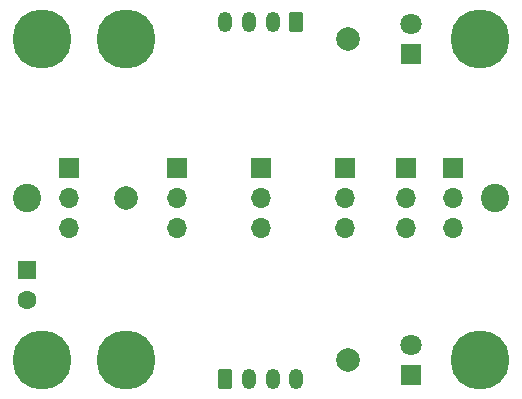
<source format=gts>
G04 #@! TF.GenerationSoftware,KiCad,Pcbnew,7.0.10*
G04 #@! TF.CreationDate,2025-02-01T12:29:44+01:00*
G04 #@! TF.ProjectId,Multi Sensor Board,4d756c74-6920-4536-956e-736f7220426f,rev?*
G04 #@! TF.SameCoordinates,Original*
G04 #@! TF.FileFunction,Soldermask,Top*
G04 #@! TF.FilePolarity,Negative*
%FSLAX46Y46*%
G04 Gerber Fmt 4.6, Leading zero omitted, Abs format (unit mm)*
G04 Created by KiCad (PCBNEW 7.0.10) date 2025-02-01 12:29:44*
%MOMM*%
%LPD*%
G01*
G04 APERTURE LIST*
G04 Aperture macros list*
%AMRoundRect*
0 Rectangle with rounded corners*
0 $1 Rounding radius*
0 $2 $3 $4 $5 $6 $7 $8 $9 X,Y pos of 4 corners*
0 Add a 4 corners polygon primitive as box body*
4,1,4,$2,$3,$4,$5,$6,$7,$8,$9,$2,$3,0*
0 Add four circle primitives for the rounded corners*
1,1,$1+$1,$2,$3*
1,1,$1+$1,$4,$5*
1,1,$1+$1,$6,$7*
1,1,$1+$1,$8,$9*
0 Add four rect primitives between the rounded corners*
20,1,$1+$1,$2,$3,$4,$5,0*
20,1,$1+$1,$4,$5,$6,$7,0*
20,1,$1+$1,$6,$7,$8,$9,0*
20,1,$1+$1,$8,$9,$2,$3,0*%
G04 Aperture macros list end*
%ADD10C,5.000000*%
%ADD11C,2.400000*%
%ADD12R,1.700000X1.700000*%
%ADD13O,1.700000X1.700000*%
%ADD14C,2.000000*%
%ADD15RoundRect,0.250000X0.350000X0.625000X-0.350000X0.625000X-0.350000X-0.625000X0.350000X-0.625000X0*%
%ADD16O,1.200000X1.750000*%
%ADD17RoundRect,0.250000X-0.350000X-0.625000X0.350000X-0.625000X0.350000X0.625000X-0.350000X0.625000X0*%
%ADD18R,1.800000X1.800000*%
%ADD19C,1.800000*%
%ADD20R,1.600000X1.600000*%
%ADD21C,1.600000*%
G04 APERTURE END LIST*
D10*
X161036000Y-83820000D03*
D11*
X162306000Y-97267000D03*
D12*
X142494000Y-94742000D03*
D13*
X142494000Y-97282000D03*
X142494000Y-99822000D03*
D12*
X149622000Y-94742000D03*
D13*
X149622000Y-97282000D03*
X149622000Y-99822000D03*
D12*
X135366000Y-94742000D03*
D13*
X135366000Y-97282000D03*
X135366000Y-99822000D03*
D11*
X122682000Y-97282000D03*
D10*
X131064000Y-110998000D03*
X131064000Y-83820000D03*
D12*
X158750000Y-94742000D03*
D13*
X158750000Y-97282000D03*
X158750000Y-99822000D03*
D14*
X131064000Y-97282000D03*
X149860000Y-83820000D03*
D10*
X123952000Y-83820000D03*
D14*
X149860000Y-110998000D03*
D15*
X145490475Y-82376000D03*
D16*
X143490475Y-82376000D03*
X141490475Y-82376000D03*
X139490475Y-82376000D03*
D12*
X154750000Y-94742000D03*
D13*
X154750000Y-97282000D03*
X154750000Y-99822000D03*
D10*
X123952000Y-110998000D03*
D17*
X139490475Y-112621129D03*
D16*
X141490475Y-112621129D03*
X143490475Y-112621129D03*
X145490475Y-112621129D03*
D12*
X126238000Y-94742000D03*
D13*
X126238000Y-97282000D03*
X126238000Y-99822000D03*
D18*
X155194000Y-85095000D03*
D19*
X155194000Y-82555000D03*
D18*
X155194000Y-112273000D03*
D19*
X155194000Y-109733000D03*
D10*
X161036000Y-110998000D03*
D20*
X122682000Y-103418000D03*
D21*
X122682000Y-105918000D03*
M02*

</source>
